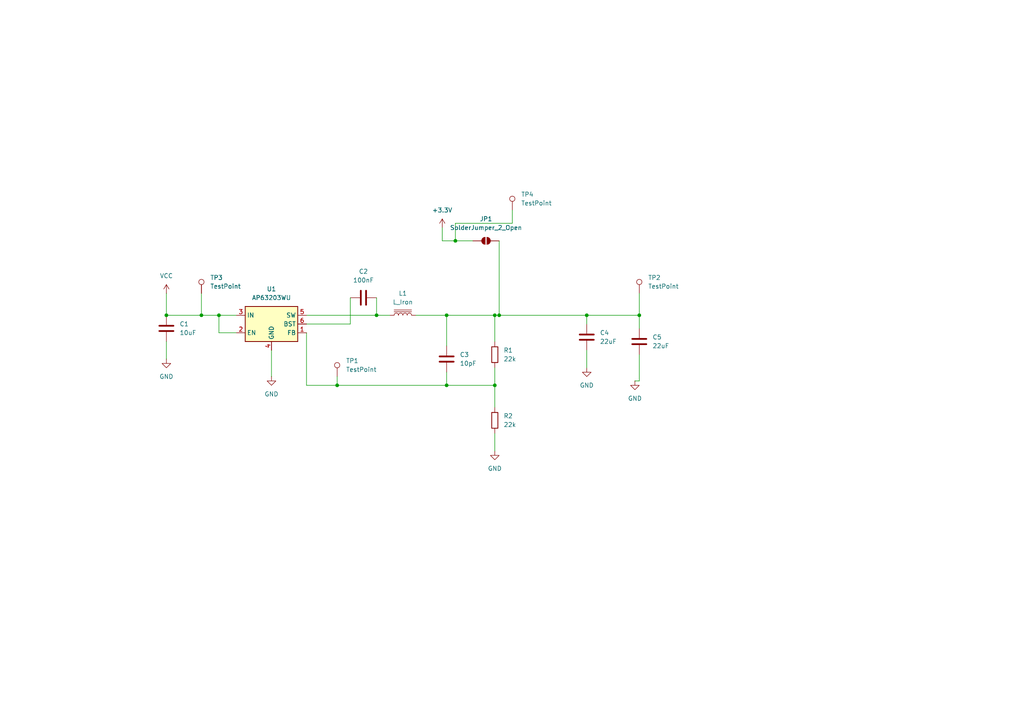
<source format=kicad_sch>
(kicad_sch
	(version 20250114)
	(generator "eeschema")
	(generator_version "9.0")
	(uuid "6c548dac-b4c3-4c4f-b22b-c45843e101db")
	(paper "A4")
	(lib_symbols
		(symbol "Connector:TestPoint"
			(pin_numbers
				(hide yes)
			)
			(pin_names
				(offset 0.762)
				(hide yes)
			)
			(exclude_from_sim no)
			(in_bom yes)
			(on_board yes)
			(property "Reference" "TP"
				(at 0 6.858 0)
				(effects
					(font
						(size 1.27 1.27)
					)
				)
			)
			(property "Value" "TestPoint"
				(at 0 5.08 0)
				(effects
					(font
						(size 1.27 1.27)
					)
				)
			)
			(property "Footprint" ""
				(at 5.08 0 0)
				(effects
					(font
						(size 1.27 1.27)
					)
					(hide yes)
				)
			)
			(property "Datasheet" "~"
				(at 5.08 0 0)
				(effects
					(font
						(size 1.27 1.27)
					)
					(hide yes)
				)
			)
			(property "Description" "test point"
				(at 0 0 0)
				(effects
					(font
						(size 1.27 1.27)
					)
					(hide yes)
				)
			)
			(property "ki_keywords" "test point tp"
				(at 0 0 0)
				(effects
					(font
						(size 1.27 1.27)
					)
					(hide yes)
				)
			)
			(property "ki_fp_filters" "Pin* Test*"
				(at 0 0 0)
				(effects
					(font
						(size 1.27 1.27)
					)
					(hide yes)
				)
			)
			(symbol "TestPoint_0_1"
				(circle
					(center 0 3.302)
					(radius 0.762)
					(stroke
						(width 0)
						(type default)
					)
					(fill
						(type none)
					)
				)
			)
			(symbol "TestPoint_1_1"
				(pin passive line
					(at 0 0 90)
					(length 2.54)
					(name "1"
						(effects
							(font
								(size 1.27 1.27)
							)
						)
					)
					(number "1"
						(effects
							(font
								(size 1.27 1.27)
							)
						)
					)
				)
			)
			(embedded_fonts no)
		)
		(symbol "Device:C"
			(pin_numbers
				(hide yes)
			)
			(pin_names
				(offset 0.254)
			)
			(exclude_from_sim no)
			(in_bom yes)
			(on_board yes)
			(property "Reference" "C"
				(at 0.635 2.54 0)
				(effects
					(font
						(size 1.27 1.27)
					)
					(justify left)
				)
			)
			(property "Value" "C"
				(at 0.635 -2.54 0)
				(effects
					(font
						(size 1.27 1.27)
					)
					(justify left)
				)
			)
			(property "Footprint" ""
				(at 0.9652 -3.81 0)
				(effects
					(font
						(size 1.27 1.27)
					)
					(hide yes)
				)
			)
			(property "Datasheet" "~"
				(at 0 0 0)
				(effects
					(font
						(size 1.27 1.27)
					)
					(hide yes)
				)
			)
			(property "Description" "Unpolarized capacitor"
				(at 0 0 0)
				(effects
					(font
						(size 1.27 1.27)
					)
					(hide yes)
				)
			)
			(property "ki_keywords" "cap capacitor"
				(at 0 0 0)
				(effects
					(font
						(size 1.27 1.27)
					)
					(hide yes)
				)
			)
			(property "ki_fp_filters" "C_*"
				(at 0 0 0)
				(effects
					(font
						(size 1.27 1.27)
					)
					(hide yes)
				)
			)
			(symbol "C_0_1"
				(polyline
					(pts
						(xy -2.032 0.762) (xy 2.032 0.762)
					)
					(stroke
						(width 0.508)
						(type default)
					)
					(fill
						(type none)
					)
				)
				(polyline
					(pts
						(xy -2.032 -0.762) (xy 2.032 -0.762)
					)
					(stroke
						(width 0.508)
						(type default)
					)
					(fill
						(type none)
					)
				)
			)
			(symbol "C_1_1"
				(pin passive line
					(at 0 3.81 270)
					(length 2.794)
					(name "~"
						(effects
							(font
								(size 1.27 1.27)
							)
						)
					)
					(number "1"
						(effects
							(font
								(size 1.27 1.27)
							)
						)
					)
				)
				(pin passive line
					(at 0 -3.81 90)
					(length 2.794)
					(name "~"
						(effects
							(font
								(size 1.27 1.27)
							)
						)
					)
					(number "2"
						(effects
							(font
								(size 1.27 1.27)
							)
						)
					)
				)
			)
			(embedded_fonts no)
		)
		(symbol "Device:L_Iron"
			(pin_numbers
				(hide yes)
			)
			(pin_names
				(offset 1.016)
				(hide yes)
			)
			(exclude_from_sim no)
			(in_bom yes)
			(on_board yes)
			(property "Reference" "L"
				(at -1.27 0 90)
				(effects
					(font
						(size 1.27 1.27)
					)
				)
			)
			(property "Value" "L_Iron"
				(at 2.794 0 90)
				(effects
					(font
						(size 1.27 1.27)
					)
				)
			)
			(property "Footprint" ""
				(at 0 0 0)
				(effects
					(font
						(size 1.27 1.27)
					)
					(hide yes)
				)
			)
			(property "Datasheet" "~"
				(at 0 0 0)
				(effects
					(font
						(size 1.27 1.27)
					)
					(hide yes)
				)
			)
			(property "Description" "Inductor with iron core"
				(at 0 0 0)
				(effects
					(font
						(size 1.27 1.27)
					)
					(hide yes)
				)
			)
			(property "ki_keywords" "inductor choke coil reactor magnetic"
				(at 0 0 0)
				(effects
					(font
						(size 1.27 1.27)
					)
					(hide yes)
				)
			)
			(property "ki_fp_filters" "Choke_* *Coil* Inductor_* L_*"
				(at 0 0 0)
				(effects
					(font
						(size 1.27 1.27)
					)
					(hide yes)
				)
			)
			(symbol "L_Iron_0_1"
				(arc
					(start 0 2.54)
					(mid 0.6323 1.905)
					(end 0 1.27)
					(stroke
						(width 0)
						(type default)
					)
					(fill
						(type none)
					)
				)
				(arc
					(start 0 1.27)
					(mid 0.6323 0.635)
					(end 0 0)
					(stroke
						(width 0)
						(type default)
					)
					(fill
						(type none)
					)
				)
				(arc
					(start 0 0)
					(mid 0.6323 -0.635)
					(end 0 -1.27)
					(stroke
						(width 0)
						(type default)
					)
					(fill
						(type none)
					)
				)
				(arc
					(start 0 -1.27)
					(mid 0.6323 -1.905)
					(end 0 -2.54)
					(stroke
						(width 0)
						(type default)
					)
					(fill
						(type none)
					)
				)
				(polyline
					(pts
						(xy 1.016 2.54) (xy 1.016 -2.54)
					)
					(stroke
						(width 0)
						(type default)
					)
					(fill
						(type none)
					)
				)
				(polyline
					(pts
						(xy 1.524 -2.54) (xy 1.524 2.54)
					)
					(stroke
						(width 0)
						(type default)
					)
					(fill
						(type none)
					)
				)
			)
			(symbol "L_Iron_1_1"
				(pin passive line
					(at 0 3.81 270)
					(length 1.27)
					(name "1"
						(effects
							(font
								(size 1.27 1.27)
							)
						)
					)
					(number "1"
						(effects
							(font
								(size 1.27 1.27)
							)
						)
					)
				)
				(pin passive line
					(at 0 -3.81 90)
					(length 1.27)
					(name "2"
						(effects
							(font
								(size 1.27 1.27)
							)
						)
					)
					(number "2"
						(effects
							(font
								(size 1.27 1.27)
							)
						)
					)
				)
			)
			(embedded_fonts no)
		)
		(symbol "Jumper:SolderJumper_2_Open"
			(pin_numbers
				(hide yes)
			)
			(pin_names
				(offset 0)
				(hide yes)
			)
			(exclude_from_sim yes)
			(in_bom no)
			(on_board yes)
			(property "Reference" "JP"
				(at 0 2.032 0)
				(effects
					(font
						(size 1.27 1.27)
					)
				)
			)
			(property "Value" "SolderJumper_2_Open"
				(at 0 -2.54 0)
				(effects
					(font
						(size 1.27 1.27)
					)
				)
			)
			(property "Footprint" ""
				(at 0 0 0)
				(effects
					(font
						(size 1.27 1.27)
					)
					(hide yes)
				)
			)
			(property "Datasheet" "~"
				(at 0 0 0)
				(effects
					(font
						(size 1.27 1.27)
					)
					(hide yes)
				)
			)
			(property "Description" "Solder Jumper, 2-pole, open"
				(at 0 0 0)
				(effects
					(font
						(size 1.27 1.27)
					)
					(hide yes)
				)
			)
			(property "ki_keywords" "solder jumper SPST"
				(at 0 0 0)
				(effects
					(font
						(size 1.27 1.27)
					)
					(hide yes)
				)
			)
			(property "ki_fp_filters" "SolderJumper*Open*"
				(at 0 0 0)
				(effects
					(font
						(size 1.27 1.27)
					)
					(hide yes)
				)
			)
			(symbol "SolderJumper_2_Open_0_1"
				(polyline
					(pts
						(xy -0.254 1.016) (xy -0.254 -1.016)
					)
					(stroke
						(width 0)
						(type default)
					)
					(fill
						(type none)
					)
				)
				(arc
					(start -0.254 -1.016)
					(mid -1.2656 0)
					(end -0.254 1.016)
					(stroke
						(width 0)
						(type default)
					)
					(fill
						(type none)
					)
				)
				(arc
					(start -0.254 -1.016)
					(mid -1.2656 0)
					(end -0.254 1.016)
					(stroke
						(width 0)
						(type default)
					)
					(fill
						(type outline)
					)
				)
				(arc
					(start 0.254 1.016)
					(mid 1.2656 0)
					(end 0.254 -1.016)
					(stroke
						(width 0)
						(type default)
					)
					(fill
						(type none)
					)
				)
				(arc
					(start 0.254 1.016)
					(mid 1.2656 0)
					(end 0.254 -1.016)
					(stroke
						(width 0)
						(type default)
					)
					(fill
						(type outline)
					)
				)
				(polyline
					(pts
						(xy 0.254 1.016) (xy 0.254 -1.016)
					)
					(stroke
						(width 0)
						(type default)
					)
					(fill
						(type none)
					)
				)
			)
			(symbol "SolderJumper_2_Open_1_1"
				(pin passive line
					(at -3.81 0 0)
					(length 2.54)
					(name "A"
						(effects
							(font
								(size 1.27 1.27)
							)
						)
					)
					(number "1"
						(effects
							(font
								(size 1.27 1.27)
							)
						)
					)
				)
				(pin passive line
					(at 3.81 0 180)
					(length 2.54)
					(name "B"
						(effects
							(font
								(size 1.27 1.27)
							)
						)
					)
					(number "2"
						(effects
							(font
								(size 1.27 1.27)
							)
						)
					)
				)
			)
			(embedded_fonts no)
		)
		(symbol "PCM_4ms_Power-symbol:+3.3V"
			(power)
			(pin_names
				(offset 0)
			)
			(exclude_from_sim no)
			(in_bom yes)
			(on_board yes)
			(property "Reference" "#PWR"
				(at 0 -3.81 0)
				(effects
					(font
						(size 1.27 1.27)
					)
					(hide yes)
				)
			)
			(property "Value" "+3.3V"
				(at 0 3.556 0)
				(effects
					(font
						(size 1.27 1.27)
					)
				)
			)
			(property "Footprint" ""
				(at 0 0 0)
				(effects
					(font
						(size 1.27 1.27)
					)
					(hide yes)
				)
			)
			(property "Datasheet" ""
				(at 0 0 0)
				(effects
					(font
						(size 1.27 1.27)
					)
					(hide yes)
				)
			)
			(property "Description" ""
				(at 0 0 0)
				(effects
					(font
						(size 1.27 1.27)
					)
					(hide yes)
				)
			)
			(symbol "+3.3V_0_1"
				(polyline
					(pts
						(xy -0.762 1.27) (xy 0 2.54)
					)
					(stroke
						(width 0)
						(type default)
					)
					(fill
						(type none)
					)
				)
				(polyline
					(pts
						(xy 0 2.54) (xy 0.762 1.27)
					)
					(stroke
						(width 0)
						(type default)
					)
					(fill
						(type none)
					)
				)
				(polyline
					(pts
						(xy 0 0) (xy 0 2.54)
					)
					(stroke
						(width 0)
						(type default)
					)
					(fill
						(type none)
					)
				)
			)
			(symbol "+3.3V_1_1"
				(pin power_in line
					(at 0 0 90)
					(length 0)
					(hide yes)
					(name "+3V3"
						(effects
							(font
								(size 1.27 1.27)
							)
						)
					)
					(number "1"
						(effects
							(font
								(size 1.27 1.27)
							)
						)
					)
				)
			)
			(embedded_fonts no)
		)
		(symbol "PCM_SL_Resistors:22k"
			(exclude_from_sim no)
			(in_bom yes)
			(on_board yes)
			(property "Reference" "R"
				(at 0 5.08 0)
				(effects
					(font
						(size 1.27 1.27)
					)
				)
			)
			(property "Value" "22k"
				(at 0 2.54 0)
				(effects
					(font
						(size 1.27 1.27)
					)
				)
			)
			(property "Footprint" "Resistor_THT:R_Axial_DIN0207_L6.3mm_D2.5mm_P10.16mm_Horizontal"
				(at 0.889 -4.318 0)
				(effects
					(font
						(size 1.27 1.27)
					)
					(hide yes)
				)
			)
			(property "Datasheet" ""
				(at 0.508 0 0)
				(effects
					(font
						(size 1.27 1.27)
					)
					(hide yes)
				)
			)
			(property "Description" "22kΩ, 1/4W Resistor"
				(at 0 0 0)
				(effects
					(font
						(size 1.27 1.27)
					)
					(hide yes)
				)
			)
			(property "ki_keywords" "Resistor"
				(at 0 0 0)
				(effects
					(font
						(size 1.27 1.27)
					)
					(hide yes)
				)
			)
			(property "ki_fp_filters" "Resistor_THT:R_Axial_DIN0207_L6.3mm_D2.5mm*"
				(at 0 0 0)
				(effects
					(font
						(size 1.27 1.27)
					)
					(hide yes)
				)
			)
			(symbol "22k_0_1"
				(rectangle
					(start -2.286 0.889)
					(end 2.286 -0.889)
					(stroke
						(width 0.24)
						(type default)
					)
					(fill
						(type none)
					)
				)
			)
			(symbol "22k_1_1"
				(pin passive line
					(at -3.81 0 0)
					(length 1.5)
					(name ""
						(effects
							(font
								(size 1.27 1.27)
							)
						)
					)
					(number "1"
						(effects
							(font
								(size 0 0)
							)
						)
					)
				)
				(pin passive line
					(at 3.81 0 180)
					(length 1.5)
					(name "~"
						(effects
							(font
								(size 1.27 1.27)
							)
						)
					)
					(number "2"
						(effects
							(font
								(size 0 0)
							)
						)
					)
				)
			)
			(embedded_fonts no)
		)
		(symbol "Regulator_Switching:AP63203WU"
			(exclude_from_sim no)
			(in_bom yes)
			(on_board yes)
			(property "Reference" "U"
				(at -7.62 6.35 0)
				(effects
					(font
						(size 1.27 1.27)
					)
				)
			)
			(property "Value" "AP63203WU"
				(at 2.54 6.35 0)
				(effects
					(font
						(size 1.27 1.27)
					)
				)
			)
			(property "Footprint" "Package_TO_SOT_SMD:TSOT-23-6"
				(at 0 -22.86 0)
				(effects
					(font
						(size 1.27 1.27)
					)
					(hide yes)
				)
			)
			(property "Datasheet" "https://www.diodes.com/assets/Datasheets/AP63200-AP63201-AP63203-AP63205.pdf"
				(at 0 0 0)
				(effects
					(font
						(size 1.27 1.27)
					)
					(hide yes)
				)
			)
			(property "Description" "2A, 1.1MHz Buck DC/DC Converter, fixed 3.3V output voltage, TSOT-23-6"
				(at 0 0 0)
				(effects
					(font
						(size 1.27 1.27)
					)
					(hide yes)
				)
			)
			(property "ki_keywords" "2A Buck DC/DC"
				(at 0 0 0)
				(effects
					(font
						(size 1.27 1.27)
					)
					(hide yes)
				)
			)
			(property "ki_fp_filters" "TSOT?23*"
				(at 0 0 0)
				(effects
					(font
						(size 1.27 1.27)
					)
					(hide yes)
				)
			)
			(symbol "AP63203WU_0_1"
				(rectangle
					(start -7.62 5.08)
					(end 7.62 -5.08)
					(stroke
						(width 0.254)
						(type default)
					)
					(fill
						(type background)
					)
				)
			)
			(symbol "AP63203WU_1_1"
				(pin power_in line
					(at -10.16 2.54 0)
					(length 2.54)
					(name "IN"
						(effects
							(font
								(size 1.27 1.27)
							)
						)
					)
					(number "3"
						(effects
							(font
								(size 1.27 1.27)
							)
						)
					)
				)
				(pin input line
					(at -10.16 -2.54 0)
					(length 2.54)
					(name "EN"
						(effects
							(font
								(size 1.27 1.27)
							)
						)
					)
					(number "2"
						(effects
							(font
								(size 1.27 1.27)
							)
						)
					)
				)
				(pin power_in line
					(at 0 -7.62 90)
					(length 2.54)
					(name "GND"
						(effects
							(font
								(size 1.27 1.27)
							)
						)
					)
					(number "4"
						(effects
							(font
								(size 1.27 1.27)
							)
						)
					)
				)
				(pin output line
					(at 10.16 2.54 180)
					(length 2.54)
					(name "SW"
						(effects
							(font
								(size 1.27 1.27)
							)
						)
					)
					(number "5"
						(effects
							(font
								(size 1.27 1.27)
							)
						)
					)
				)
				(pin passive line
					(at 10.16 0 180)
					(length 2.54)
					(name "BST"
						(effects
							(font
								(size 1.27 1.27)
							)
						)
					)
					(number "6"
						(effects
							(font
								(size 1.27 1.27)
							)
						)
					)
				)
				(pin input line
					(at 10.16 -2.54 180)
					(length 2.54)
					(name "FB"
						(effects
							(font
								(size 1.27 1.27)
							)
						)
					)
					(number "1"
						(effects
							(font
								(size 1.27 1.27)
							)
						)
					)
				)
			)
			(embedded_fonts no)
		)
		(symbol "power:GND"
			(power)
			(pin_numbers
				(hide yes)
			)
			(pin_names
				(offset 0)
				(hide yes)
			)
			(exclude_from_sim no)
			(in_bom yes)
			(on_board yes)
			(property "Reference" "#PWR"
				(at 0 -6.35 0)
				(effects
					(font
						(size 1.27 1.27)
					)
					(hide yes)
				)
			)
			(property "Value" "GND"
				(at 0 -3.81 0)
				(effects
					(font
						(size 1.27 1.27)
					)
				)
			)
			(property "Footprint" ""
				(at 0 0 0)
				(effects
					(font
						(size 1.27 1.27)
					)
					(hide yes)
				)
			)
			(property "Datasheet" ""
				(at 0 0 0)
				(effects
					(font
						(size 1.27 1.27)
					)
					(hide yes)
				)
			)
			(property "Description" "Power symbol creates a global label with name \"GND\" , ground"
				(at 0 0 0)
				(effects
					(font
						(size 1.27 1.27)
					)
					(hide yes)
				)
			)
			(property "ki_keywords" "global power"
				(at 0 0 0)
				(effects
					(font
						(size 1.27 1.27)
					)
					(hide yes)
				)
			)
			(symbol "GND_0_1"
				(polyline
					(pts
						(xy 0 0) (xy 0 -1.27) (xy 1.27 -1.27) (xy 0 -2.54) (xy -1.27 -1.27) (xy 0 -1.27)
					)
					(stroke
						(width 0)
						(type default)
					)
					(fill
						(type none)
					)
				)
			)
			(symbol "GND_1_1"
				(pin power_in line
					(at 0 0 270)
					(length 0)
					(name "~"
						(effects
							(font
								(size 1.27 1.27)
							)
						)
					)
					(number "1"
						(effects
							(font
								(size 1.27 1.27)
							)
						)
					)
				)
			)
			(embedded_fonts no)
		)
		(symbol "power:VCC"
			(power)
			(pin_numbers
				(hide yes)
			)
			(pin_names
				(offset 0)
				(hide yes)
			)
			(exclude_from_sim no)
			(in_bom yes)
			(on_board yes)
			(property "Reference" "#PWR"
				(at 0 -3.81 0)
				(effects
					(font
						(size 1.27 1.27)
					)
					(hide yes)
				)
			)
			(property "Value" "VCC"
				(at 0 3.556 0)
				(effects
					(font
						(size 1.27 1.27)
					)
				)
			)
			(property "Footprint" ""
				(at 0 0 0)
				(effects
					(font
						(size 1.27 1.27)
					)
					(hide yes)
				)
			)
			(property "Datasheet" ""
				(at 0 0 0)
				(effects
					(font
						(size 1.27 1.27)
					)
					(hide yes)
				)
			)
			(property "Description" "Power symbol creates a global label with name \"VCC\""
				(at 0 0 0)
				(effects
					(font
						(size 1.27 1.27)
					)
					(hide yes)
				)
			)
			(property "ki_keywords" "global power"
				(at 0 0 0)
				(effects
					(font
						(size 1.27 1.27)
					)
					(hide yes)
				)
			)
			(symbol "VCC_0_1"
				(polyline
					(pts
						(xy -0.762 1.27) (xy 0 2.54)
					)
					(stroke
						(width 0)
						(type default)
					)
					(fill
						(type none)
					)
				)
				(polyline
					(pts
						(xy 0 2.54) (xy 0.762 1.27)
					)
					(stroke
						(width 0)
						(type default)
					)
					(fill
						(type none)
					)
				)
				(polyline
					(pts
						(xy 0 0) (xy 0 2.54)
					)
					(stroke
						(width 0)
						(type default)
					)
					(fill
						(type none)
					)
				)
			)
			(symbol "VCC_1_1"
				(pin power_in line
					(at 0 0 90)
					(length 0)
					(name "~"
						(effects
							(font
								(size 1.27 1.27)
							)
						)
					)
					(number "1"
						(effects
							(font
								(size 1.27 1.27)
							)
						)
					)
				)
			)
			(embedded_fonts no)
		)
	)
	(junction
		(at 109.22 91.44)
		(diameter 0)
		(color 0 0 0 0)
		(uuid "22505660-6234-46a4-a3ff-08463a88b313")
	)
	(junction
		(at 129.54 111.76)
		(diameter 0)
		(color 0 0 0 0)
		(uuid "2fc91db5-8a31-408b-bae2-38029ce9dd93")
	)
	(junction
		(at 143.51 91.44)
		(diameter 0)
		(color 0 0 0 0)
		(uuid "3148fbc7-c516-4331-ba3d-7654a4e45094")
	)
	(junction
		(at 132.08 69.85)
		(diameter 0)
		(color 0 0 0 0)
		(uuid "491584f0-3279-4df7-99fc-9ffdd4b8e876")
	)
	(junction
		(at 185.42 91.44)
		(diameter 0)
		(color 0 0 0 0)
		(uuid "4c6c6d62-9c72-4a22-8f2c-efed8b32502d")
	)
	(junction
		(at 48.26 91.44)
		(diameter 0)
		(color 0 0 0 0)
		(uuid "578639ce-3bf6-409e-a9dd-0c5ce28f3a86")
	)
	(junction
		(at 170.18 91.44)
		(diameter 0)
		(color 0 0 0 0)
		(uuid "71c426ba-e6bd-4de4-a02b-02cff18529d8")
	)
	(junction
		(at 144.78 91.44)
		(diameter 0)
		(color 0 0 0 0)
		(uuid "78e74cc1-2b44-4894-a69b-4dedf7674f65")
	)
	(junction
		(at 63.5 91.44)
		(diameter 0)
		(color 0 0 0 0)
		(uuid "99af18fd-d324-4add-ad53-4a1cf2328775")
	)
	(junction
		(at 58.42 91.44)
		(diameter 0)
		(color 0 0 0 0)
		(uuid "9f959264-a313-4603-98cf-88ca73a93545")
	)
	(junction
		(at 97.79 111.76)
		(diameter 0)
		(color 0 0 0 0)
		(uuid "aa90df2c-36e1-4a3b-b32b-3980cc0ca92b")
	)
	(junction
		(at 129.54 91.44)
		(diameter 0)
		(color 0 0 0 0)
		(uuid "dd4c496f-6b11-4d26-9a1f-28fb329473f1")
	)
	(junction
		(at 143.51 111.76)
		(diameter 0)
		(color 0 0 0 0)
		(uuid "e2c72670-ed14-48d8-9715-a0928047d616")
	)
	(wire
		(pts
			(xy 143.51 99.06) (xy 143.51 91.44)
		)
		(stroke
			(width 0)
			(type default)
		)
		(uuid "00086edd-7474-4ee2-a719-f8c1784f45fc")
	)
	(wire
		(pts
			(xy 109.22 91.44) (xy 113.03 91.44)
		)
		(stroke
			(width 0)
			(type default)
		)
		(uuid "0623d961-4387-46a7-a2f1-556cbe6e129a")
	)
	(wire
		(pts
			(xy 63.5 91.44) (xy 68.58 91.44)
		)
		(stroke
			(width 0)
			(type default)
		)
		(uuid "0fe098cb-fdc1-407f-84f7-ce869c114fdf")
	)
	(wire
		(pts
			(xy 185.42 91.44) (xy 170.18 91.44)
		)
		(stroke
			(width 0)
			(type default)
		)
		(uuid "1246db9b-ee2e-40ef-b6ad-a46ec5f9d50e")
	)
	(wire
		(pts
			(xy 132.08 69.85) (xy 137.16 69.85)
		)
		(stroke
			(width 0)
			(type default)
		)
		(uuid "19276d7c-7fa2-4365-9eb6-0f2bdcf6d48d")
	)
	(wire
		(pts
			(xy 129.54 111.76) (xy 143.51 111.76)
		)
		(stroke
			(width 0)
			(type default)
		)
		(uuid "1cd4575a-8be9-4792-a741-7e295a23fd44")
	)
	(wire
		(pts
			(xy 170.18 93.98) (xy 170.18 91.44)
		)
		(stroke
			(width 0)
			(type default)
		)
		(uuid "1fb6cc65-dec5-4c67-bf04-b1588553479b")
	)
	(wire
		(pts
			(xy 97.79 111.76) (xy 129.54 111.76)
		)
		(stroke
			(width 0)
			(type default)
		)
		(uuid "1fd54847-5e69-40dc-b448-2eb035d66d9c")
	)
	(wire
		(pts
			(xy 120.65 91.44) (xy 129.54 91.44)
		)
		(stroke
			(width 0)
			(type default)
		)
		(uuid "3032137f-3681-41bd-adac-d76476f9d36f")
	)
	(wire
		(pts
			(xy 185.42 95.25) (xy 185.42 91.44)
		)
		(stroke
			(width 0)
			(type default)
		)
		(uuid "42cecaee-387a-4fa1-9982-39d30cfa04c8")
	)
	(wire
		(pts
			(xy 63.5 96.52) (xy 63.5 91.44)
		)
		(stroke
			(width 0)
			(type default)
		)
		(uuid "5899d960-91ac-4e42-9db4-eef8ea29b60f")
	)
	(wire
		(pts
			(xy 58.42 85.09) (xy 58.42 91.44)
		)
		(stroke
			(width 0)
			(type default)
		)
		(uuid "5b5c8462-3f4d-4394-8e7e-7b8b07456f0f")
	)
	(wire
		(pts
			(xy 143.51 91.44) (xy 144.78 91.44)
		)
		(stroke
			(width 0)
			(type default)
		)
		(uuid "5e838c32-a75f-416d-99d0-22586467092b")
	)
	(wire
		(pts
			(xy 109.22 86.36) (xy 109.22 91.44)
		)
		(stroke
			(width 0)
			(type default)
		)
		(uuid "5f19379a-ffcf-4fd8-b49e-00c7651401f0")
	)
	(wire
		(pts
			(xy 185.42 110.49) (xy 184.15 110.49)
		)
		(stroke
			(width 0)
			(type default)
		)
		(uuid "64a5cc49-c51a-4fa2-92c6-2eff280d55c3")
	)
	(wire
		(pts
			(xy 128.27 66.04) (xy 128.27 69.85)
		)
		(stroke
			(width 0)
			(type default)
		)
		(uuid "652ab50a-ff94-4959-97ff-d51437a6cff1")
	)
	(wire
		(pts
			(xy 78.74 101.6) (xy 78.74 109.22)
		)
		(stroke
			(width 0)
			(type default)
		)
		(uuid "65b76002-a776-491f-859f-c9eb6f469c67")
	)
	(wire
		(pts
			(xy 132.08 64.77) (xy 132.08 69.85)
		)
		(stroke
			(width 0)
			(type default)
		)
		(uuid "6d6e2c5c-4b00-4ef0-b8fd-302f321da99d")
	)
	(wire
		(pts
			(xy 143.51 91.44) (xy 129.54 91.44)
		)
		(stroke
			(width 0)
			(type default)
		)
		(uuid "6dd01e48-5918-45ff-9f76-38f8bd65f101")
	)
	(wire
		(pts
			(xy 88.9 111.76) (xy 97.79 111.76)
		)
		(stroke
			(width 0)
			(type default)
		)
		(uuid "6eadd6fb-7ceb-43ce-8286-f88856e489c9")
	)
	(wire
		(pts
			(xy 101.6 93.98) (xy 88.9 93.98)
		)
		(stroke
			(width 0)
			(type default)
		)
		(uuid "7b696738-12db-40aa-bfff-c13d7f279ed0")
	)
	(wire
		(pts
			(xy 148.59 64.77) (xy 132.08 64.77)
		)
		(stroke
			(width 0)
			(type default)
		)
		(uuid "804c1865-7d1a-4882-8d27-00234154e4d8")
	)
	(wire
		(pts
			(xy 88.9 91.44) (xy 109.22 91.44)
		)
		(stroke
			(width 0)
			(type default)
		)
		(uuid "8d22ac28-0ba3-48bb-bbf5-d01c36054391")
	)
	(wire
		(pts
			(xy 128.27 69.85) (xy 132.08 69.85)
		)
		(stroke
			(width 0)
			(type default)
		)
		(uuid "8dce6172-8cd5-4f28-a298-cbb7e743382f")
	)
	(wire
		(pts
			(xy 143.51 106.68) (xy 143.51 111.76)
		)
		(stroke
			(width 0)
			(type default)
		)
		(uuid "a3a9c91a-4b0a-4ae5-964f-1fad5578cd4b")
	)
	(wire
		(pts
			(xy 144.78 69.85) (xy 144.78 91.44)
		)
		(stroke
			(width 0)
			(type default)
		)
		(uuid "a50fa9e5-ad7e-4b7f-a5ae-6fb918e43b29")
	)
	(wire
		(pts
			(xy 68.58 96.52) (xy 63.5 96.52)
		)
		(stroke
			(width 0)
			(type default)
		)
		(uuid "aa0b2e4e-2ab3-4e36-9322-3c7735e7b3de")
	)
	(wire
		(pts
			(xy 143.51 111.76) (xy 143.51 118.11)
		)
		(stroke
			(width 0)
			(type default)
		)
		(uuid "afdd6243-f36e-4c7f-b0c9-24ba26a5c6a4")
	)
	(wire
		(pts
			(xy 48.26 91.44) (xy 58.42 91.44)
		)
		(stroke
			(width 0)
			(type default)
		)
		(uuid "b6374a3e-cd4f-4f9b-bcf2-c4e916984e48")
	)
	(wire
		(pts
			(xy 185.42 102.87) (xy 185.42 110.49)
		)
		(stroke
			(width 0)
			(type default)
		)
		(uuid "b74dd26f-81c1-4c07-8e01-9ac618066e0a")
	)
	(wire
		(pts
			(xy 48.26 85.09) (xy 48.26 91.44)
		)
		(stroke
			(width 0)
			(type default)
		)
		(uuid "c03d626d-a51e-428b-8933-d4c5c16debdc")
	)
	(wire
		(pts
			(xy 170.18 101.6) (xy 170.18 106.68)
		)
		(stroke
			(width 0)
			(type default)
		)
		(uuid "c322c450-3465-4aa4-aaaf-9dec246db0a3")
	)
	(wire
		(pts
			(xy 101.6 86.36) (xy 101.6 93.98)
		)
		(stroke
			(width 0)
			(type default)
		)
		(uuid "c744b92b-27d2-490e-9636-73dd89672690")
	)
	(wire
		(pts
			(xy 58.42 91.44) (xy 63.5 91.44)
		)
		(stroke
			(width 0)
			(type default)
		)
		(uuid "ce47950d-3c25-4aec-8a58-ea571a34af47")
	)
	(wire
		(pts
			(xy 88.9 96.52) (xy 88.9 111.76)
		)
		(stroke
			(width 0)
			(type default)
		)
		(uuid "d4beb744-f253-4fb5-9b77-a51bd54bcd75")
	)
	(wire
		(pts
			(xy 185.42 85.09) (xy 185.42 91.44)
		)
		(stroke
			(width 0)
			(type default)
		)
		(uuid "dd8ae875-e297-4739-a957-4f229754a3c1")
	)
	(wire
		(pts
			(xy 144.78 91.44) (xy 170.18 91.44)
		)
		(stroke
			(width 0)
			(type default)
		)
		(uuid "dde88652-f123-4a31-9666-38cfc2a7d625")
	)
	(wire
		(pts
			(xy 48.26 99.06) (xy 48.26 104.14)
		)
		(stroke
			(width 0)
			(type default)
		)
		(uuid "ece59fad-3339-48a6-a55c-cfb892e122f8")
	)
	(wire
		(pts
			(xy 143.51 125.73) (xy 143.51 130.81)
		)
		(stroke
			(width 0)
			(type default)
		)
		(uuid "efcdc1e3-1cda-48a1-9b1c-355fcf698391")
	)
	(wire
		(pts
			(xy 129.54 111.76) (xy 129.54 107.95)
		)
		(stroke
			(width 0)
			(type default)
		)
		(uuid "f2c7708c-ed07-4e54-a55d-b9794247f7f7")
	)
	(wire
		(pts
			(xy 97.79 109.22) (xy 97.79 111.76)
		)
		(stroke
			(width 0)
			(type default)
		)
		(uuid "f4b6a33b-5fc6-4a11-a802-f5a1d552c01d")
	)
	(wire
		(pts
			(xy 148.59 60.96) (xy 148.59 64.77)
		)
		(stroke
			(width 0)
			(type default)
		)
		(uuid "faeabb6c-2f70-4998-a98e-d735c16b84be")
	)
	(wire
		(pts
			(xy 129.54 91.44) (xy 129.54 100.33)
		)
		(stroke
			(width 0)
			(type default)
		)
		(uuid "ff11a128-d460-4090-9f62-f1fbd8944215")
	)
	(symbol
		(lib_id "Connector:TestPoint")
		(at 58.42 85.09 0)
		(unit 1)
		(exclude_from_sim no)
		(in_bom yes)
		(on_board yes)
		(dnp no)
		(fields_autoplaced yes)
		(uuid "08ff1406-d4de-40fc-ac57-b99184fdebb2")
		(property "Reference" "TP3"
			(at 60.96 80.5179 0)
			(effects
				(font
					(size 1.27 1.27)
				)
				(justify left)
			)
		)
		(property "Value" "TestPoint"
			(at 60.96 83.0579 0)
			(effects
				(font
					(size 1.27 1.27)
				)
				(justify left)
			)
		)
		(property "Footprint" "Connector_Pin:Pin_D1.0mm_L10.0mm"
			(at 63.5 85.09 0)
			(effects
				(font
					(size 1.27 1.27)
				)
				(hide yes)
			)
		)
		(property "Datasheet" "~"
			(at 63.5 85.09 0)
			(effects
				(font
					(size 1.27 1.27)
				)
				(hide yes)
			)
		)
		(property "Description" "test point"
			(at 58.42 85.09 0)
			(effects
				(font
					(size 1.27 1.27)
				)
				(hide yes)
			)
		)
		(pin "1"
			(uuid "119218e8-50e3-452b-947b-0fd0967ea9ef")
		)
		(instances
			(project "PCB PICHARDO"
				(path "/a0ccc1c3-98b7-44b4-a982-09e3bf693e4b/78291816-8ba1-49cf-9609-e1c359225404/93862029-79a7-45f3-a928-e69897b70b92"
					(reference "TP3")
					(unit 1)
				)
			)
		)
	)
	(symbol
		(lib_id "power:VCC")
		(at 48.26 85.09 0)
		(unit 1)
		(exclude_from_sim no)
		(in_bom yes)
		(on_board yes)
		(dnp no)
		(fields_autoplaced yes)
		(uuid "09a743e3-b134-4298-921f-331dac21cedc")
		(property "Reference" "#PWR01"
			(at 48.26 88.9 0)
			(effects
				(font
					(size 1.27 1.27)
				)
				(hide yes)
			)
		)
		(property "Value" "VCC"
			(at 48.26 80.01 0)
			(effects
				(font
					(size 1.27 1.27)
				)
			)
		)
		(property "Footprint" ""
			(at 48.26 85.09 0)
			(effects
				(font
					(size 1.27 1.27)
				)
				(hide yes)
			)
		)
		(property "Datasheet" ""
			(at 48.26 85.09 0)
			(effects
				(font
					(size 1.27 1.27)
				)
				(hide yes)
			)
		)
		(property "Description" "Power symbol creates a global label with name \"VCC\""
			(at 48.26 85.09 0)
			(effects
				(font
					(size 1.27 1.27)
				)
				(hide yes)
			)
		)
		(pin "1"
			(uuid "d3d19dc3-f794-4bc6-bb9c-baedbc93b0b4")
		)
		(instances
			(project "PCB PICHARDO"
				(path "/a0ccc1c3-98b7-44b4-a982-09e3bf693e4b/78291816-8ba1-49cf-9609-e1c359225404/93862029-79a7-45f3-a928-e69897b70b92"
					(reference "#PWR01")
					(unit 1)
				)
			)
		)
	)
	(symbol
		(lib_id "Device:L_Iron")
		(at 116.84 91.44 90)
		(unit 1)
		(exclude_from_sim no)
		(in_bom yes)
		(on_board yes)
		(dnp no)
		(fields_autoplaced yes)
		(uuid "2ad65329-272c-435a-ad52-4651fb7a911e")
		(property "Reference" "L1"
			(at 116.84 85.09 90)
			(effects
				(font
					(size 1.27 1.27)
				)
			)
		)
		(property "Value" "L_Iron"
			(at 116.84 87.63 90)
			(effects
				(font
					(size 1.27 1.27)
				)
			)
		)
		(property "Footprint" "Inductor_SMD_Wurth:L_Wurth_WE-LQSH-2512"
			(at 116.84 91.44 0)
			(effects
				(font
					(size 1.27 1.27)
				)
				(hide yes)
			)
		)
		(property "Datasheet" "~"
			(at 116.84 91.44 0)
			(effects
				(font
					(size 1.27 1.27)
				)
				(hide yes)
			)
		)
		(property "Description" "Inductor with iron core"
			(at 116.84 91.44 0)
			(effects
				(font
					(size 1.27 1.27)
				)
				(hide yes)
			)
		)
		(pin "1"
			(uuid "f0d4fc71-0fe5-427d-94c9-f60f3b284b28")
		)
		(pin "2"
			(uuid "a1787f3e-a7c3-4ca2-b2c1-975a17310aa2")
		)
		(instances
			(project "PCB PICHARDO"
				(path "/a0ccc1c3-98b7-44b4-a982-09e3bf693e4b/78291816-8ba1-49cf-9609-e1c359225404/93862029-79a7-45f3-a928-e69897b70b92"
					(reference "L1")
					(unit 1)
				)
			)
		)
	)
	(symbol
		(lib_id "power:GND")
		(at 48.26 104.14 0)
		(unit 1)
		(exclude_from_sim no)
		(in_bom yes)
		(on_board yes)
		(dnp no)
		(fields_autoplaced yes)
		(uuid "2b7d1d2f-d6ab-41dc-a263-57a254444ca4")
		(property "Reference" "#PWR02"
			(at 48.26 110.49 0)
			(effects
				(font
					(size 1.27 1.27)
				)
				(hide yes)
			)
		)
		(property "Value" "GND"
			(at 48.26 109.22 0)
			(effects
				(font
					(size 1.27 1.27)
				)
			)
		)
		(property "Footprint" ""
			(at 48.26 104.14 0)
			(effects
				(font
					(size 1.27 1.27)
				)
				(hide yes)
			)
		)
		(property "Datasheet" ""
			(at 48.26 104.14 0)
			(effects
				(font
					(size 1.27 1.27)
				)
				(hide yes)
			)
		)
		(property "Description" "Power symbol creates a global label with name \"GND\" , ground"
			(at 48.26 104.14 0)
			(effects
				(font
					(size 1.27 1.27)
				)
				(hide yes)
			)
		)
		(pin "1"
			(uuid "4f802276-7c3d-455d-ba73-d5228887aa26")
		)
		(instances
			(project "PCB PICHARDO"
				(path "/a0ccc1c3-98b7-44b4-a982-09e3bf693e4b/78291816-8ba1-49cf-9609-e1c359225404/93862029-79a7-45f3-a928-e69897b70b92"
					(reference "#PWR02")
					(unit 1)
				)
			)
		)
	)
	(symbol
		(lib_id "Connector:TestPoint")
		(at 185.42 85.09 0)
		(unit 1)
		(exclude_from_sim no)
		(in_bom yes)
		(on_board yes)
		(dnp no)
		(fields_autoplaced yes)
		(uuid "4763b599-b3f3-4daa-b96c-a289d3a08c47")
		(property "Reference" "TP2"
			(at 187.96 80.5179 0)
			(effects
				(font
					(size 1.27 1.27)
				)
				(justify left)
			)
		)
		(property "Value" "TestPoint"
			(at 187.96 83.0579 0)
			(effects
				(font
					(size 1.27 1.27)
				)
				(justify left)
			)
		)
		(property "Footprint" "Connector_Pin:Pin_D1.0mm_L10.0mm"
			(at 190.5 85.09 0)
			(effects
				(font
					(size 1.27 1.27)
				)
				(hide yes)
			)
		)
		(property "Datasheet" "~"
			(at 190.5 85.09 0)
			(effects
				(font
					(size 1.27 1.27)
				)
				(hide yes)
			)
		)
		(property "Description" "test point"
			(at 185.42 85.09 0)
			(effects
				(font
					(size 1.27 1.27)
				)
				(hide yes)
			)
		)
		(pin "1"
			(uuid "4567a871-c754-442a-84ad-6b9bc6c0b677")
		)
		(instances
			(project "PCB PICHARDO"
				(path "/a0ccc1c3-98b7-44b4-a982-09e3bf693e4b/78291816-8ba1-49cf-9609-e1c359225404/93862029-79a7-45f3-a928-e69897b70b92"
					(reference "TP2")
					(unit 1)
				)
			)
		)
	)
	(symbol
		(lib_id "PCM_4ms_Power-symbol:+3.3V")
		(at 128.27 66.04 0)
		(unit 1)
		(exclude_from_sim no)
		(in_bom yes)
		(on_board yes)
		(dnp no)
		(fields_autoplaced yes)
		(uuid "4cb190ab-4ae2-4f23-a3b1-e85be0b3e981")
		(property "Reference" "#PWR04"
			(at 128.27 69.85 0)
			(effects
				(font
					(size 1.27 1.27)
				)
				(hide yes)
			)
		)
		(property "Value" "+3.3V"
			(at 128.27 60.96 0)
			(effects
				(font
					(size 1.27 1.27)
				)
			)
		)
		(property "Footprint" ""
			(at 128.27 66.04 0)
			(effects
				(font
					(size 1.27 1.27)
				)
				(hide yes)
			)
		)
		(property "Datasheet" ""
			(at 128.27 66.04 0)
			(effects
				(font
					(size 1.27 1.27)
				)
				(hide yes)
			)
		)
		(property "Description" ""
			(at 128.27 66.04 0)
			(effects
				(font
					(size 1.27 1.27)
				)
				(hide yes)
			)
		)
		(pin "1"
			(uuid "bc9b8450-51eb-4bb7-ab99-368f920ddb4c")
		)
		(instances
			(project "PCB PICHARDO"
				(path "/a0ccc1c3-98b7-44b4-a982-09e3bf693e4b/78291816-8ba1-49cf-9609-e1c359225404/93862029-79a7-45f3-a928-e69897b70b92"
					(reference "#PWR04")
					(unit 1)
				)
			)
		)
	)
	(symbol
		(lib_id "power:GND")
		(at 184.15 110.49 0)
		(unit 1)
		(exclude_from_sim no)
		(in_bom yes)
		(on_board yes)
		(dnp no)
		(fields_autoplaced yes)
		(uuid "50c60418-e94c-4496-a348-75da5790fde3")
		(property "Reference" "#PWR07"
			(at 184.15 116.84 0)
			(effects
				(font
					(size 1.27 1.27)
				)
				(hide yes)
			)
		)
		(property "Value" "GND"
			(at 184.15 115.57 0)
			(effects
				(font
					(size 1.27 1.27)
				)
			)
		)
		(property "Footprint" ""
			(at 184.15 110.49 0)
			(effects
				(font
					(size 1.27 1.27)
				)
				(hide yes)
			)
		)
		(property "Datasheet" ""
			(at 184.15 110.49 0)
			(effects
				(font
					(size 1.27 1.27)
				)
				(hide yes)
			)
		)
		(property "Description" "Power symbol creates a global label with name \"GND\" , ground"
			(at 184.15 110.49 0)
			(effects
				(font
					(size 1.27 1.27)
				)
				(hide yes)
			)
		)
		(pin "1"
			(uuid "c3ec14cd-15b6-4784-b6c9-7286a406bf72")
		)
		(instances
			(project "PCB PICHARDO"
				(path "/a0ccc1c3-98b7-44b4-a982-09e3bf693e4b/78291816-8ba1-49cf-9609-e1c359225404/93862029-79a7-45f3-a928-e69897b70b92"
					(reference "#PWR07")
					(unit 1)
				)
			)
		)
	)
	(symbol
		(lib_id "PCM_SL_Resistors:22k")
		(at 143.51 121.92 90)
		(unit 1)
		(exclude_from_sim no)
		(in_bom yes)
		(on_board yes)
		(dnp no)
		(fields_autoplaced yes)
		(uuid "5719e8c8-ca7c-43ac-8b77-fe3973c6a9b5")
		(property "Reference" "R2"
			(at 146.05 120.6499 90)
			(effects
				(font
					(size 1.27 1.27)
				)
				(justify right)
			)
		)
		(property "Value" "22k"
			(at 146.05 123.1899 90)
			(effects
				(font
					(size 1.27 1.27)
				)
				(justify right)
			)
		)
		(property "Footprint" "Resistor_SMD:R_0603_1608Metric"
			(at 147.828 121.031 0)
			(effects
				(font
					(size 1.27 1.27)
				)
				(hide yes)
			)
		)
		(property "Datasheet" ""
			(at 143.51 121.412 0)
			(effects
				(font
					(size 1.27 1.27)
				)
				(hide yes)
			)
		)
		(property "Description" "22kΩ, 1/4W Resistor"
			(at 143.51 121.92 0)
			(effects
				(font
					(size 1.27 1.27)
				)
				(hide yes)
			)
		)
		(pin "1"
			(uuid "79b0aea3-4287-4527-bf27-69f2e402da9c")
		)
		(pin "2"
			(uuid "25407b38-b855-4e3e-9399-fbdeb5e8dd16")
		)
		(instances
			(project "PCB PICHARDO"
				(path "/a0ccc1c3-98b7-44b4-a982-09e3bf693e4b/78291816-8ba1-49cf-9609-e1c359225404/93862029-79a7-45f3-a928-e69897b70b92"
					(reference "R2")
					(unit 1)
				)
			)
		)
	)
	(symbol
		(lib_id "Device:C")
		(at 185.42 99.06 180)
		(unit 1)
		(exclude_from_sim no)
		(in_bom yes)
		(on_board yes)
		(dnp no)
		(fields_autoplaced yes)
		(uuid "5d6e918a-fd6a-4e4c-8bcf-62e0f9deb921")
		(property "Reference" "C5"
			(at 189.23 97.7899 0)
			(effects
				(font
					(size 1.27 1.27)
				)
				(justify right)
			)
		)
		(property "Value" "22uF"
			(at 189.23 100.3299 0)
			(effects
				(font
					(size 1.27 1.27)
				)
				(justify right)
			)
		)
		(property "Footprint" "Capacitor_SMD:C_0603_1608Metric"
			(at 184.4548 95.25 0)
			(effects
				(font
					(size 1.27 1.27)
				)
				(hide yes)
			)
		)
		(property "Datasheet" "~"
			(at 185.42 99.06 0)
			(effects
				(font
					(size 1.27 1.27)
				)
				(hide yes)
			)
		)
		(property "Description" "Unpolarized capacitor"
			(at 185.42 99.06 0)
			(effects
				(font
					(size 1.27 1.27)
				)
				(hide yes)
			)
		)
		(pin "2"
			(uuid "75c093a3-21f7-46bb-8b4b-579bad869f97")
		)
		(pin "1"
			(uuid "7dea4af3-f074-40ea-a4ee-2261b1dea6a2")
		)
		(instances
			(project "PCB PICHARDO"
				(path "/a0ccc1c3-98b7-44b4-a982-09e3bf693e4b/78291816-8ba1-49cf-9609-e1c359225404/93862029-79a7-45f3-a928-e69897b70b92"
					(reference "C5")
					(unit 1)
				)
			)
		)
	)
	(symbol
		(lib_id "Connector:TestPoint")
		(at 97.79 109.22 0)
		(unit 1)
		(exclude_from_sim no)
		(in_bom yes)
		(on_board yes)
		(dnp no)
		(fields_autoplaced yes)
		(uuid "6bc0e7e8-828f-49b1-9bdf-05a21bb769b3")
		(property "Reference" "TP1"
			(at 100.33 104.6479 0)
			(effects
				(font
					(size 1.27 1.27)
				)
				(justify left)
			)
		)
		(property "Value" "TestPoint"
			(at 100.33 107.1879 0)
			(effects
				(font
					(size 1.27 1.27)
				)
				(justify left)
			)
		)
		(property "Footprint" "Connector_Pin:Pin_D1.0mm_L10.0mm"
			(at 102.87 109.22 0)
			(effects
				(font
					(size 1.27 1.27)
				)
				(hide yes)
			)
		)
		(property "Datasheet" "~"
			(at 102.87 109.22 0)
			(effects
				(font
					(size 1.27 1.27)
				)
				(hide yes)
			)
		)
		(property "Description" "test point"
			(at 97.79 109.22 0)
			(effects
				(font
					(size 1.27 1.27)
				)
				(hide yes)
			)
		)
		(pin "1"
			(uuid "1fcc9745-376c-4ee9-86cc-a308138d9e58")
		)
		(instances
			(project "PCB PICHARDO"
				(path "/a0ccc1c3-98b7-44b4-a982-09e3bf693e4b/78291816-8ba1-49cf-9609-e1c359225404/93862029-79a7-45f3-a928-e69897b70b92"
					(reference "TP1")
					(unit 1)
				)
			)
		)
	)
	(symbol
		(lib_id "power:GND")
		(at 78.74 109.22 0)
		(unit 1)
		(exclude_from_sim no)
		(in_bom yes)
		(on_board yes)
		(dnp no)
		(fields_autoplaced yes)
		(uuid "81861753-7f4e-4681-b016-f6abd7773243")
		(property "Reference" "#PWR03"
			(at 78.74 115.57 0)
			(effects
				(font
					(size 1.27 1.27)
				)
				(hide yes)
			)
		)
		(property "Value" "GND"
			(at 78.74 114.3 0)
			(effects
				(font
					(size 1.27 1.27)
				)
			)
		)
		(property "Footprint" ""
			(at 78.74 109.22 0)
			(effects
				(font
					(size 1.27 1.27)
				)
				(hide yes)
			)
		)
		(property "Datasheet" ""
			(at 78.74 109.22 0)
			(effects
				(font
					(size 1.27 1.27)
				)
				(hide yes)
			)
		)
		(property "Description" "Power symbol creates a global label with name \"GND\" , ground"
			(at 78.74 109.22 0)
			(effects
				(font
					(size 1.27 1.27)
				)
				(hide yes)
			)
		)
		(pin "1"
			(uuid "c2f9b279-2874-49e4-9e09-e1ea6ec83ee1")
		)
		(instances
			(project "PCB PICHARDO"
				(path "/a0ccc1c3-98b7-44b4-a982-09e3bf693e4b/78291816-8ba1-49cf-9609-e1c359225404/93862029-79a7-45f3-a928-e69897b70b92"
					(reference "#PWR03")
					(unit 1)
				)
			)
		)
	)
	(symbol
		(lib_id "Connector:TestPoint")
		(at 148.59 60.96 0)
		(unit 1)
		(exclude_from_sim no)
		(in_bom yes)
		(on_board yes)
		(dnp no)
		(fields_autoplaced yes)
		(uuid "8227cfae-4bc2-47ce-a60e-5f6c7c1a9888")
		(property "Reference" "TP4"
			(at 151.13 56.3879 0)
			(effects
				(font
					(size 1.27 1.27)
				)
				(justify left)
			)
		)
		(property "Value" "TestPoint"
			(at 151.13 58.9279 0)
			(effects
				(font
					(size 1.27 1.27)
				)
				(justify left)
			)
		)
		(property "Footprint" "Connector_Pin:Pin_D1.0mm_L10.0mm"
			(at 153.67 60.96 0)
			(effects
				(font
					(size 1.27 1.27)
				)
				(hide yes)
			)
		)
		(property "Datasheet" "~"
			(at 153.67 60.96 0)
			(effects
				(font
					(size 1.27 1.27)
				)
				(hide yes)
			)
		)
		(property "Description" "test point"
			(at 148.59 60.96 0)
			(effects
				(font
					(size 1.27 1.27)
				)
				(hide yes)
			)
		)
		(pin "1"
			(uuid "3d30c32d-124a-4741-bcaf-363494a01396")
		)
		(instances
			(project "PCB PICHARDO"
				(path "/a0ccc1c3-98b7-44b4-a982-09e3bf693e4b/78291816-8ba1-49cf-9609-e1c359225404/93862029-79a7-45f3-a928-e69897b70b92"
					(reference "TP4")
					(unit 1)
				)
			)
		)
	)
	(symbol
		(lib_id "Device:C")
		(at 170.18 97.79 180)
		(unit 1)
		(exclude_from_sim no)
		(in_bom yes)
		(on_board yes)
		(dnp no)
		(fields_autoplaced yes)
		(uuid "a4781bf8-19b3-4e6a-9f9f-90e76b3b1d79")
		(property "Reference" "C4"
			(at 173.99 96.5199 0)
			(effects
				(font
					(size 1.27 1.27)
				)
				(justify right)
			)
		)
		(property "Value" "22uF"
			(at 173.99 99.0599 0)
			(effects
				(font
					(size 1.27 1.27)
				)
				(justify right)
			)
		)
		(property "Footprint" "Capacitor_SMD:C_0603_1608Metric"
			(at 169.2148 93.98 0)
			(effects
				(font
					(size 1.27 1.27)
				)
				(hide yes)
			)
		)
		(property "Datasheet" "~"
			(at 170.18 97.79 0)
			(effects
				(font
					(size 1.27 1.27)
				)
				(hide yes)
			)
		)
		(property "Description" "Unpolarized capacitor"
			(at 170.18 97.79 0)
			(effects
				(font
					(size 1.27 1.27)
				)
				(hide yes)
			)
		)
		(pin "2"
			(uuid "db78fd21-f9ac-4598-acd5-88619ccab1e2")
		)
		(pin "1"
			(uuid "9fb7445d-3875-4c05-b290-3792e58469ca")
		)
		(instances
			(project "PCB PICHARDO"
				(path "/a0ccc1c3-98b7-44b4-a982-09e3bf693e4b/78291816-8ba1-49cf-9609-e1c359225404/93862029-79a7-45f3-a928-e69897b70b92"
					(reference "C4")
					(unit 1)
				)
			)
		)
	)
	(symbol
		(lib_id "power:GND")
		(at 143.51 130.81 0)
		(unit 1)
		(exclude_from_sim no)
		(in_bom yes)
		(on_board yes)
		(dnp no)
		(fields_autoplaced yes)
		(uuid "af542122-8b49-4f16-b60f-7edf96e516d2")
		(property "Reference" "#PWR05"
			(at 143.51 137.16 0)
			(effects
				(font
					(size 1.27 1.27)
				)
				(hide yes)
			)
		)
		(property "Value" "GND"
			(at 143.51 135.89 0)
			(effects
				(font
					(size 1.27 1.27)
				)
			)
		)
		(property "Footprint" ""
			(at 143.51 130.81 0)
			(effects
				(font
					(size 1.27 1.27)
				)
				(hide yes)
			)
		)
		(property "Datasheet" ""
			(at 143.51 130.81 0)
			(effects
				(font
					(size 1.27 1.27)
				)
				(hide yes)
			)
		)
		(property "Description" "Power symbol creates a global label with name \"GND\" , ground"
			(at 143.51 130.81 0)
			(effects
				(font
					(size 1.27 1.27)
				)
				(hide yes)
			)
		)
		(pin "1"
			(uuid "c8989adb-b71e-4922-ad66-37ae0f107d72")
		)
		(instances
			(project "PCB PICHARDO"
				(path "/a0ccc1c3-98b7-44b4-a982-09e3bf693e4b/78291816-8ba1-49cf-9609-e1c359225404/93862029-79a7-45f3-a928-e69897b70b92"
					(reference "#PWR05")
					(unit 1)
				)
			)
		)
	)
	(symbol
		(lib_id "Device:C")
		(at 129.54 104.14 180)
		(unit 1)
		(exclude_from_sim no)
		(in_bom yes)
		(on_board yes)
		(dnp no)
		(fields_autoplaced yes)
		(uuid "c2eba0c6-01ce-43b4-b5a5-067996e06792")
		(property "Reference" "C3"
			(at 133.35 102.8699 0)
			(effects
				(font
					(size 1.27 1.27)
				)
				(justify right)
			)
		)
		(property "Value" "10pF"
			(at 133.35 105.4099 0)
			(effects
				(font
					(size 1.27 1.27)
				)
				(justify right)
			)
		)
		(property "Footprint" "Capacitor_SMD:C_0603_1608Metric"
			(at 128.5748 100.33 0)
			(effects
				(font
					(size 1.27 1.27)
				)
				(hide yes)
			)
		)
		(property "Datasheet" "~"
			(at 129.54 104.14 0)
			(effects
				(font
					(size 1.27 1.27)
				)
				(hide yes)
			)
		)
		(property "Description" "Unpolarized capacitor"
			(at 129.54 104.14 0)
			(effects
				(font
					(size 1.27 1.27)
				)
				(hide yes)
			)
		)
		(pin "2"
			(uuid "dcc434ca-5a0c-4a99-95c4-b37464fd6bcf")
		)
		(pin "1"
			(uuid "a66f9d86-d192-4c86-9242-ce5070b4ff79")
		)
		(instances
			(project "PCB PICHARDO"
				(path "/a0ccc1c3-98b7-44b4-a982-09e3bf693e4b/78291816-8ba1-49cf-9609-e1c359225404/93862029-79a7-45f3-a928-e69897b70b92"
					(reference "C3")
					(unit 1)
				)
			)
		)
	)
	(symbol
		(lib_id "power:GND")
		(at 170.18 106.68 0)
		(unit 1)
		(exclude_from_sim no)
		(in_bom yes)
		(on_board yes)
		(dnp no)
		(fields_autoplaced yes)
		(uuid "cb2d64ef-0ce6-41c4-82c9-c2ee5b8463ad")
		(property "Reference" "#PWR06"
			(at 170.18 113.03 0)
			(effects
				(font
					(size 1.27 1.27)
				)
				(hide yes)
			)
		)
		(property "Value" "GND"
			(at 170.18 111.76 0)
			(effects
				(font
					(size 1.27 1.27)
				)
			)
		)
		(property "Footprint" ""
			(at 170.18 106.68 0)
			(effects
				(font
					(size 1.27 1.27)
				)
				(hide yes)
			)
		)
		(property "Datasheet" ""
			(at 170.18 106.68 0)
			(effects
				(font
					(size 1.27 1.27)
				)
				(hide yes)
			)
		)
		(property "Description" "Power symbol creates a global label with name \"GND\" , ground"
			(at 170.18 106.68 0)
			(effects
				(font
					(size 1.27 1.27)
				)
				(hide yes)
			)
		)
		(pin "1"
			(uuid "b4b7eaa7-0230-4ec0-ad37-6644c570afd2")
		)
		(instances
			(project "PCB PICHARDO"
				(path "/a0ccc1c3-98b7-44b4-a982-09e3bf693e4b/78291816-8ba1-49cf-9609-e1c359225404/93862029-79a7-45f3-a928-e69897b70b92"
					(reference "#PWR06")
					(unit 1)
				)
			)
		)
	)
	(symbol
		(lib_id "Regulator_Switching:AP63203WU")
		(at 78.74 93.98 0)
		(unit 1)
		(exclude_from_sim no)
		(in_bom yes)
		(on_board yes)
		(dnp no)
		(fields_autoplaced yes)
		(uuid "cddf6015-5adb-400e-91b3-d9db4122c3ef")
		(property "Reference" "U1"
			(at 78.74 83.82 0)
			(effects
				(font
					(size 1.27 1.27)
				)
			)
		)
		(property "Value" "AP63203WU"
			(at 78.74 86.36 0)
			(effects
				(font
					(size 1.27 1.27)
				)
			)
		)
		(property "Footprint" "Package_TO_SOT_SMD:TSOT-23-6"
			(at 78.74 116.84 0)
			(effects
				(font
					(size 1.27 1.27)
				)
				(hide yes)
			)
		)
		(property "Datasheet" "https://www.diodes.com/assets/Datasheets/AP63200-AP63201-AP63203-AP63205.pdf"
			(at 78.74 93.98 0)
			(effects
				(font
					(size 1.27 1.27)
				)
				(hide yes)
			)
		)
		(property "Description" "2A, 1.1MHz Buck DC/DC Converter, fixed 3.3V output voltage, TSOT-23-6"
			(at 78.74 93.98 0)
			(effects
				(font
					(size 1.27 1.27)
				)
				(hide yes)
			)
		)
		(pin "4"
			(uuid "f361d1a3-9123-4d28-a2c0-dc93cc2506e5")
		)
		(pin "5"
			(uuid "a9bc1c46-4da3-4e68-9d8c-e0da389a0f9b")
		)
		(pin "2"
			(uuid "9ee63480-47b2-497d-a966-ec23237ab77d")
		)
		(pin "6"
			(uuid "adf17b80-6d15-4907-8fe3-0291e27f0d09")
		)
		(pin "1"
			(uuid "4d377b0b-886e-4f1a-b164-74760a292014")
		)
		(pin "3"
			(uuid "0837d273-74bf-4456-a5f5-09908b4e0f42")
		)
		(instances
			(project "PCB PICHARDO"
				(path "/a0ccc1c3-98b7-44b4-a982-09e3bf693e4b/78291816-8ba1-49cf-9609-e1c359225404/93862029-79a7-45f3-a928-e69897b70b92"
					(reference "U1")
					(unit 1)
				)
			)
		)
	)
	(symbol
		(lib_id "PCM_SL_Resistors:22k")
		(at 143.51 102.87 90)
		(unit 1)
		(exclude_from_sim no)
		(in_bom yes)
		(on_board yes)
		(dnp no)
		(fields_autoplaced yes)
		(uuid "dc9b9793-c5c5-41f4-b8fd-fc193a7f59a8")
		(property "Reference" "R1"
			(at 146.05 101.5999 90)
			(effects
				(font
					(size 1.27 1.27)
				)
				(justify right)
			)
		)
		(property "Value" "22k"
			(at 146.05 104.1399 90)
			(effects
				(font
					(size 1.27 1.27)
				)
				(justify right)
			)
		)
		(property "Footprint" "Resistor_SMD:R_0603_1608Metric"
			(at 147.828 101.981 0)
			(effects
				(font
					(size 1.27 1.27)
				)
				(hide yes)
			)
		)
		(property "Datasheet" ""
			(at 143.51 102.362 0)
			(effects
				(font
					(size 1.27 1.27)
				)
				(hide yes)
			)
		)
		(property "Description" "22kΩ, 1/4W Resistor"
			(at 143.51 102.87 0)
			(effects
				(font
					(size 1.27 1.27)
				)
				(hide yes)
			)
		)
		(pin "1"
			(uuid "5a53a1ff-214a-469c-9079-801f48ac46a2")
		)
		(pin "2"
			(uuid "148e1e4c-8509-423e-82a0-3c41ff65e291")
		)
		(instances
			(project "PCB PICHARDO"
				(path "/a0ccc1c3-98b7-44b4-a982-09e3bf693e4b/78291816-8ba1-49cf-9609-e1c359225404/93862029-79a7-45f3-a928-e69897b70b92"
					(reference "R1")
					(unit 1)
				)
			)
		)
	)
	(symbol
		(lib_id "Device:C")
		(at 48.26 95.25 0)
		(unit 1)
		(exclude_from_sim no)
		(in_bom yes)
		(on_board yes)
		(dnp no)
		(fields_autoplaced yes)
		(uuid "e6ab1ec8-ed5e-46e1-b1b4-0ce3cfeb2d46")
		(property "Reference" "C1"
			(at 52.07 93.9799 0)
			(effects
				(font
					(size 1.27 1.27)
				)
				(justify left)
			)
		)
		(property "Value" "10uF"
			(at 52.07 96.5199 0)
			(effects
				(font
					(size 1.27 1.27)
				)
				(justify left)
			)
		)
		(property "Footprint" "Capacitor_SMD:C_0603_1608Metric"
			(at 49.2252 99.06 0)
			(effects
				(font
					(size 1.27 1.27)
				)
				(hide yes)
			)
		)
		(property "Datasheet" "~"
			(at 48.26 95.25 0)
			(effects
				(font
					(size 1.27 1.27)
				)
				(hide yes)
			)
		)
		(property "Description" "Unpolarized capacitor"
			(at 48.26 95.25 0)
			(effects
				(font
					(size 1.27 1.27)
				)
				(hide yes)
			)
		)
		(pin "2"
			(uuid "c8012bea-b212-4edf-b6cb-a0e9ecd5585e")
		)
		(pin "1"
			(uuid "344f2701-ec0c-4001-a7c0-5b7eb1a28466")
		)
		(instances
			(project "PCB PICHARDO"
				(path "/a0ccc1c3-98b7-44b4-a982-09e3bf693e4b/78291816-8ba1-49cf-9609-e1c359225404/93862029-79a7-45f3-a928-e69897b70b92"
					(reference "C1")
					(unit 1)
				)
			)
		)
	)
	(symbol
		(lib_id "Device:C")
		(at 105.41 86.36 90)
		(unit 1)
		(exclude_from_sim no)
		(in_bom yes)
		(on_board yes)
		(dnp no)
		(fields_autoplaced yes)
		(uuid "efb68625-cc7c-481e-9e4f-881321a99fcf")
		(property "Reference" "C2"
			(at 105.41 78.74 90)
			(effects
				(font
					(size 1.27 1.27)
				)
			)
		)
		(property "Value" "100nF"
			(at 105.41 81.28 90)
			(effects
				(font
					(size 1.27 1.27)
				)
			)
		)
		(property "Footprint" "Capacitor_SMD:C_0603_1608Metric"
			(at 109.22 85.3948 0)
			(effects
				(font
					(size 1.27 1.27)
				)
				(hide yes)
			)
		)
		(property "Datasheet" "~"
			(at 105.41 86.36 0)
			(effects
				(font
					(size 1.27 1.27)
				)
				(hide yes)
			)
		)
		(property "Description" "Unpolarized capacitor"
			(at 105.41 86.36 0)
			(effects
				(font
					(size 1.27 1.27)
				)
				(hide yes)
			)
		)
		(property "VOL" "50V"
			(at 105.41 86.36 90)
			(effects
				(font
					(size 1.27 1.27)
				)
				(hide yes)
			)
		)
		(pin "2"
			(uuid "4c66e923-7a47-4bea-9411-da817780a518")
		)
		(pin "1"
			(uuid "41434f50-dc08-450b-b8f8-cf8bee0fe604")
		)
		(instances
			(project "PCB PICHARDO"
				(path "/a0ccc1c3-98b7-44b4-a982-09e3bf693e4b/78291816-8ba1-49cf-9609-e1c359225404/93862029-79a7-45f3-a928-e69897b70b92"
					(reference "C2")
					(unit 1)
				)
			)
		)
	)
	(symbol
		(lib_id "Jumper:SolderJumper_2_Open")
		(at 140.97 69.85 0)
		(unit 1)
		(exclude_from_sim no)
		(in_bom yes)
		(on_board yes)
		(dnp no)
		(fields_autoplaced yes)
		(uuid "f61ea6d9-1f0a-4674-9a88-26deedd893f4")
		(property "Reference" "JP1"
			(at 140.97 63.5 0)
			(effects
				(font
					(size 1.27 1.27)
				)
			)
		)
		(property "Value" "SolderJumper_2_Open"
			(at 140.97 66.04 0)
			(effects
				(font
					(size 1.27 1.27)
				)
			)
		)
		(property "Footprint" "Jumper:SolderJumper-2_P1.3mm_Open_Pad1.0x1.5mm"
			(at 140.97 69.85 0)
			(effects
				(font
					(size 1.27 1.27)
				)
				(hide yes)
			)
		)
		(property "Datasheet" "~"
			(at 140.97 69.85 0)
			(effects
				(font
					(size 1.27 1.27)
				)
				(hide yes)
			)
		)
		(property "Description" "Solder Jumper, 2-pole, open"
			(at 140.97 69.85 0)
			(effects
				(font
					(size 1.27 1.27)
				)
				(hide yes)
			)
		)
		(pin "1"
			(uuid "a1e683fc-75bf-4d2f-b0c8-abf433a302eb")
		)
		(pin "2"
			(uuid "932de4b0-884e-4cf9-809f-cc542d0e37f8")
		)
		(instances
			(project "PCB PICHARDO"
				(path "/a0ccc1c3-98b7-44b4-a982-09e3bf693e4b/78291816-8ba1-49cf-9609-e1c359225404/93862029-79a7-45f3-a928-e69897b70b92"
					(reference "JP1")
					(unit 1)
				)
			)
		)
	)
)

</source>
